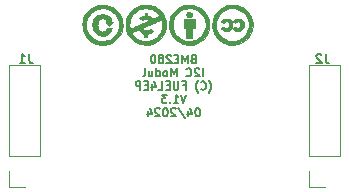
<source format=gbr>
%TF.GenerationSoftware,KiCad,Pcbnew,7.0.11-7.0.11~ubuntu22.04.1*%
%TF.CreationDate,2024-04-16T15:33:56+02:00*%
%TF.ProjectId,I2C_Module_BME280_FUEL4EP,4932435f-4d6f-4647-956c-655f424d4532,V1.3*%
%TF.SameCoordinates,Original*%
%TF.FileFunction,Legend,Bot*%
%TF.FilePolarity,Positive*%
%FSLAX46Y46*%
G04 Gerber Fmt 4.6, Leading zero omitted, Abs format (unit mm)*
G04 Created by KiCad (PCBNEW 7.0.11-7.0.11~ubuntu22.04.1) date 2024-04-16 15:33:56*
%MOMM*%
%LPD*%
G01*
G04 APERTURE LIST*
%ADD10C,0.152400*%
%ADD11C,0.150000*%
%ADD12C,0.120000*%
%ADD13C,0.010000*%
%ADD14R,1.700000X1.700000*%
%ADD15O,1.700000X1.700000*%
G04 APERTURE END LIST*
D10*
X16766667Y11504758D02*
X16666667Y11471425D01*
X16666667Y11471425D02*
X16633333Y11438091D01*
X16633333Y11438091D02*
X16600000Y11371425D01*
X16600000Y11371425D02*
X16600000Y11271425D01*
X16600000Y11271425D02*
X16633333Y11204758D01*
X16633333Y11204758D02*
X16666667Y11171425D01*
X16666667Y11171425D02*
X16733333Y11138091D01*
X16733333Y11138091D02*
X17000000Y11138091D01*
X17000000Y11138091D02*
X17000000Y11838091D01*
X17000000Y11838091D02*
X16766667Y11838091D01*
X16766667Y11838091D02*
X16700000Y11804758D01*
X16700000Y11804758D02*
X16666667Y11771425D01*
X16666667Y11771425D02*
X16633333Y11704758D01*
X16633333Y11704758D02*
X16633333Y11638091D01*
X16633333Y11638091D02*
X16666667Y11571425D01*
X16666667Y11571425D02*
X16700000Y11538091D01*
X16700000Y11538091D02*
X16766667Y11504758D01*
X16766667Y11504758D02*
X17000000Y11504758D01*
X16300000Y11138091D02*
X16300000Y11838091D01*
X16300000Y11838091D02*
X16066667Y11338091D01*
X16066667Y11338091D02*
X15833333Y11838091D01*
X15833333Y11838091D02*
X15833333Y11138091D01*
X15500000Y11504758D02*
X15266667Y11504758D01*
X15166667Y11138091D02*
X15500000Y11138091D01*
X15500000Y11138091D02*
X15500000Y11838091D01*
X15500000Y11838091D02*
X15166667Y11838091D01*
X14900000Y11771425D02*
X14866667Y11804758D01*
X14866667Y11804758D02*
X14800000Y11838091D01*
X14800000Y11838091D02*
X14633334Y11838091D01*
X14633334Y11838091D02*
X14566667Y11804758D01*
X14566667Y11804758D02*
X14533334Y11771425D01*
X14533334Y11771425D02*
X14500000Y11704758D01*
X14500000Y11704758D02*
X14500000Y11638091D01*
X14500000Y11638091D02*
X14533334Y11538091D01*
X14533334Y11538091D02*
X14933334Y11138091D01*
X14933334Y11138091D02*
X14500000Y11138091D01*
X14100000Y11538091D02*
X14166667Y11571425D01*
X14166667Y11571425D02*
X14200000Y11604758D01*
X14200000Y11604758D02*
X14233333Y11671425D01*
X14233333Y11671425D02*
X14233333Y11704758D01*
X14233333Y11704758D02*
X14200000Y11771425D01*
X14200000Y11771425D02*
X14166667Y11804758D01*
X14166667Y11804758D02*
X14100000Y11838091D01*
X14100000Y11838091D02*
X13966667Y11838091D01*
X13966667Y11838091D02*
X13900000Y11804758D01*
X13900000Y11804758D02*
X13866667Y11771425D01*
X13866667Y11771425D02*
X13833333Y11704758D01*
X13833333Y11704758D02*
X13833333Y11671425D01*
X13833333Y11671425D02*
X13866667Y11604758D01*
X13866667Y11604758D02*
X13900000Y11571425D01*
X13900000Y11571425D02*
X13966667Y11538091D01*
X13966667Y11538091D02*
X14100000Y11538091D01*
X14100000Y11538091D02*
X14166667Y11504758D01*
X14166667Y11504758D02*
X14200000Y11471425D01*
X14200000Y11471425D02*
X14233333Y11404758D01*
X14233333Y11404758D02*
X14233333Y11271425D01*
X14233333Y11271425D02*
X14200000Y11204758D01*
X14200000Y11204758D02*
X14166667Y11171425D01*
X14166667Y11171425D02*
X14100000Y11138091D01*
X14100000Y11138091D02*
X13966667Y11138091D01*
X13966667Y11138091D02*
X13900000Y11171425D01*
X13900000Y11171425D02*
X13866667Y11204758D01*
X13866667Y11204758D02*
X13833333Y11271425D01*
X13833333Y11271425D02*
X13833333Y11404758D01*
X13833333Y11404758D02*
X13866667Y11471425D01*
X13866667Y11471425D02*
X13900000Y11504758D01*
X13900000Y11504758D02*
X13966667Y11538091D01*
X13400000Y11838091D02*
X13333333Y11838091D01*
X13333333Y11838091D02*
X13266666Y11804758D01*
X13266666Y11804758D02*
X13233333Y11771425D01*
X13233333Y11771425D02*
X13200000Y11704758D01*
X13200000Y11704758D02*
X13166666Y11571425D01*
X13166666Y11571425D02*
X13166666Y11404758D01*
X13166666Y11404758D02*
X13200000Y11271425D01*
X13200000Y11271425D02*
X13233333Y11204758D01*
X13233333Y11204758D02*
X13266666Y11171425D01*
X13266666Y11171425D02*
X13333333Y11138091D01*
X13333333Y11138091D02*
X13400000Y11138091D01*
X13400000Y11138091D02*
X13466666Y11171425D01*
X13466666Y11171425D02*
X13500000Y11204758D01*
X13500000Y11204758D02*
X13533333Y11271425D01*
X13533333Y11271425D02*
X13566666Y11404758D01*
X13566666Y11404758D02*
X13566666Y11571425D01*
X13566666Y11571425D02*
X13533333Y11704758D01*
X13533333Y11704758D02*
X13500000Y11771425D01*
X13500000Y11771425D02*
X13466666Y11804758D01*
X13466666Y11804758D02*
X13400000Y11838091D01*
X17583332Y10011091D02*
X17583332Y10711091D01*
X17283332Y10644425D02*
X17249999Y10677758D01*
X17249999Y10677758D02*
X17183332Y10711091D01*
X17183332Y10711091D02*
X17016666Y10711091D01*
X17016666Y10711091D02*
X16949999Y10677758D01*
X16949999Y10677758D02*
X16916666Y10644425D01*
X16916666Y10644425D02*
X16883332Y10577758D01*
X16883332Y10577758D02*
X16883332Y10511091D01*
X16883332Y10511091D02*
X16916666Y10411091D01*
X16916666Y10411091D02*
X17316666Y10011091D01*
X17316666Y10011091D02*
X16883332Y10011091D01*
X16183332Y10077758D02*
X16216665Y10044425D01*
X16216665Y10044425D02*
X16316665Y10011091D01*
X16316665Y10011091D02*
X16383332Y10011091D01*
X16383332Y10011091D02*
X16483332Y10044425D01*
X16483332Y10044425D02*
X16549999Y10111091D01*
X16549999Y10111091D02*
X16583332Y10177758D01*
X16583332Y10177758D02*
X16616665Y10311091D01*
X16616665Y10311091D02*
X16616665Y10411091D01*
X16616665Y10411091D02*
X16583332Y10544425D01*
X16583332Y10544425D02*
X16549999Y10611091D01*
X16549999Y10611091D02*
X16483332Y10677758D01*
X16483332Y10677758D02*
X16383332Y10711091D01*
X16383332Y10711091D02*
X16316665Y10711091D01*
X16316665Y10711091D02*
X16216665Y10677758D01*
X16216665Y10677758D02*
X16183332Y10644425D01*
X15349999Y10011091D02*
X15349999Y10711091D01*
X15349999Y10711091D02*
X15116666Y10211091D01*
X15116666Y10211091D02*
X14883332Y10711091D01*
X14883332Y10711091D02*
X14883332Y10011091D01*
X14449999Y10011091D02*
X14516666Y10044425D01*
X14516666Y10044425D02*
X14549999Y10077758D01*
X14549999Y10077758D02*
X14583332Y10144425D01*
X14583332Y10144425D02*
X14583332Y10344425D01*
X14583332Y10344425D02*
X14549999Y10411091D01*
X14549999Y10411091D02*
X14516666Y10444425D01*
X14516666Y10444425D02*
X14449999Y10477758D01*
X14449999Y10477758D02*
X14349999Y10477758D01*
X14349999Y10477758D02*
X14283332Y10444425D01*
X14283332Y10444425D02*
X14249999Y10411091D01*
X14249999Y10411091D02*
X14216666Y10344425D01*
X14216666Y10344425D02*
X14216666Y10144425D01*
X14216666Y10144425D02*
X14249999Y10077758D01*
X14249999Y10077758D02*
X14283332Y10044425D01*
X14283332Y10044425D02*
X14349999Y10011091D01*
X14349999Y10011091D02*
X14449999Y10011091D01*
X13616666Y10011091D02*
X13616666Y10711091D01*
X13616666Y10044425D02*
X13683333Y10011091D01*
X13683333Y10011091D02*
X13816666Y10011091D01*
X13816666Y10011091D02*
X13883333Y10044425D01*
X13883333Y10044425D02*
X13916666Y10077758D01*
X13916666Y10077758D02*
X13949999Y10144425D01*
X13949999Y10144425D02*
X13949999Y10344425D01*
X13949999Y10344425D02*
X13916666Y10411091D01*
X13916666Y10411091D02*
X13883333Y10444425D01*
X13883333Y10444425D02*
X13816666Y10477758D01*
X13816666Y10477758D02*
X13683333Y10477758D01*
X13683333Y10477758D02*
X13616666Y10444425D01*
X12983333Y10477758D02*
X12983333Y10011091D01*
X13283333Y10477758D02*
X13283333Y10111091D01*
X13283333Y10111091D02*
X13250000Y10044425D01*
X13250000Y10044425D02*
X13183333Y10011091D01*
X13183333Y10011091D02*
X13083333Y10011091D01*
X13083333Y10011091D02*
X13016666Y10044425D01*
X13016666Y10044425D02*
X12983333Y10077758D01*
X12550000Y10011091D02*
X12616667Y10044425D01*
X12616667Y10044425D02*
X12650000Y10111091D01*
X12650000Y10111091D02*
X12650000Y10711091D01*
X18083333Y8617425D02*
X18116666Y8650758D01*
X18116666Y8650758D02*
X18183333Y8750758D01*
X18183333Y8750758D02*
X18216666Y8817425D01*
X18216666Y8817425D02*
X18250000Y8917425D01*
X18250000Y8917425D02*
X18283333Y9084091D01*
X18283333Y9084091D02*
X18283333Y9217425D01*
X18283333Y9217425D02*
X18250000Y9384091D01*
X18250000Y9384091D02*
X18216666Y9484091D01*
X18216666Y9484091D02*
X18183333Y9550758D01*
X18183333Y9550758D02*
X18116666Y9650758D01*
X18116666Y9650758D02*
X18083333Y9684091D01*
X17416666Y8950758D02*
X17449999Y8917425D01*
X17449999Y8917425D02*
X17549999Y8884091D01*
X17549999Y8884091D02*
X17616666Y8884091D01*
X17616666Y8884091D02*
X17716666Y8917425D01*
X17716666Y8917425D02*
X17783333Y8984091D01*
X17783333Y8984091D02*
X17816666Y9050758D01*
X17816666Y9050758D02*
X17849999Y9184091D01*
X17849999Y9184091D02*
X17849999Y9284091D01*
X17849999Y9284091D02*
X17816666Y9417425D01*
X17816666Y9417425D02*
X17783333Y9484091D01*
X17783333Y9484091D02*
X17716666Y9550758D01*
X17716666Y9550758D02*
X17616666Y9584091D01*
X17616666Y9584091D02*
X17549999Y9584091D01*
X17549999Y9584091D02*
X17449999Y9550758D01*
X17449999Y9550758D02*
X17416666Y9517425D01*
X17183333Y8617425D02*
X17149999Y8650758D01*
X17149999Y8650758D02*
X17083333Y8750758D01*
X17083333Y8750758D02*
X17049999Y8817425D01*
X17049999Y8817425D02*
X17016666Y8917425D01*
X17016666Y8917425D02*
X16983333Y9084091D01*
X16983333Y9084091D02*
X16983333Y9217425D01*
X16983333Y9217425D02*
X17016666Y9384091D01*
X17016666Y9384091D02*
X17049999Y9484091D01*
X17049999Y9484091D02*
X17083333Y9550758D01*
X17083333Y9550758D02*
X17149999Y9650758D01*
X17149999Y9650758D02*
X17183333Y9684091D01*
X15883333Y9250758D02*
X16116666Y9250758D01*
X16116666Y8884091D02*
X16116666Y9584091D01*
X16116666Y9584091D02*
X15783333Y9584091D01*
X15516666Y9584091D02*
X15516666Y9017425D01*
X15516666Y9017425D02*
X15483333Y8950758D01*
X15483333Y8950758D02*
X15449999Y8917425D01*
X15449999Y8917425D02*
X15383333Y8884091D01*
X15383333Y8884091D02*
X15249999Y8884091D01*
X15249999Y8884091D02*
X15183333Y8917425D01*
X15183333Y8917425D02*
X15149999Y8950758D01*
X15149999Y8950758D02*
X15116666Y9017425D01*
X15116666Y9017425D02*
X15116666Y9584091D01*
X14783333Y9250758D02*
X14550000Y9250758D01*
X14450000Y8884091D02*
X14783333Y8884091D01*
X14783333Y8884091D02*
X14783333Y9584091D01*
X14783333Y9584091D02*
X14450000Y9584091D01*
X13816667Y8884091D02*
X14150000Y8884091D01*
X14150000Y8884091D02*
X14150000Y9584091D01*
X13283333Y9350758D02*
X13283333Y8884091D01*
X13450000Y9617425D02*
X13616666Y9117425D01*
X13616666Y9117425D02*
X13183333Y9117425D01*
X12916666Y9250758D02*
X12683333Y9250758D01*
X12583333Y8884091D02*
X12916666Y8884091D01*
X12916666Y8884091D02*
X12916666Y9584091D01*
X12916666Y9584091D02*
X12583333Y9584091D01*
X12283333Y8884091D02*
X12283333Y9584091D01*
X12283333Y9584091D02*
X12016666Y9584091D01*
X12016666Y9584091D02*
X11950000Y9550758D01*
X11950000Y9550758D02*
X11916666Y9517425D01*
X11916666Y9517425D02*
X11883333Y9450758D01*
X11883333Y9450758D02*
X11883333Y9350758D01*
X11883333Y9350758D02*
X11916666Y9284091D01*
X11916666Y9284091D02*
X11950000Y9250758D01*
X11950000Y9250758D02*
X12016666Y9217425D01*
X12016666Y9217425D02*
X12283333Y9217425D01*
X16166666Y8457091D02*
X15933333Y7757091D01*
X15933333Y7757091D02*
X15699999Y8457091D01*
X15099999Y7757091D02*
X15499999Y7757091D01*
X15299999Y7757091D02*
X15299999Y8457091D01*
X15299999Y8457091D02*
X15366666Y8357091D01*
X15366666Y8357091D02*
X15433333Y8290425D01*
X15433333Y8290425D02*
X15499999Y8257091D01*
X14799999Y7823758D02*
X14766666Y7790425D01*
X14766666Y7790425D02*
X14799999Y7757091D01*
X14799999Y7757091D02*
X14833332Y7790425D01*
X14833332Y7790425D02*
X14799999Y7823758D01*
X14799999Y7823758D02*
X14799999Y7757091D01*
X14533333Y8457091D02*
X14099999Y8457091D01*
X14099999Y8457091D02*
X14333333Y8190425D01*
X14333333Y8190425D02*
X14233333Y8190425D01*
X14233333Y8190425D02*
X14166666Y8157091D01*
X14166666Y8157091D02*
X14133333Y8123758D01*
X14133333Y8123758D02*
X14099999Y8057091D01*
X14099999Y8057091D02*
X14099999Y7890425D01*
X14099999Y7890425D02*
X14133333Y7823758D01*
X14133333Y7823758D02*
X14166666Y7790425D01*
X14166666Y7790425D02*
X14233333Y7757091D01*
X14233333Y7757091D02*
X14433333Y7757091D01*
X14433333Y7757091D02*
X14499999Y7790425D01*
X14499999Y7790425D02*
X14533333Y7823758D01*
X17166667Y7330091D02*
X17100000Y7330091D01*
X17100000Y7330091D02*
X17033333Y7296758D01*
X17033333Y7296758D02*
X17000000Y7263425D01*
X17000000Y7263425D02*
X16966667Y7196758D01*
X16966667Y7196758D02*
X16933333Y7063425D01*
X16933333Y7063425D02*
X16933333Y6896758D01*
X16933333Y6896758D02*
X16966667Y6763425D01*
X16966667Y6763425D02*
X17000000Y6696758D01*
X17000000Y6696758D02*
X17033333Y6663425D01*
X17033333Y6663425D02*
X17100000Y6630091D01*
X17100000Y6630091D02*
X17166667Y6630091D01*
X17166667Y6630091D02*
X17233333Y6663425D01*
X17233333Y6663425D02*
X17266667Y6696758D01*
X17266667Y6696758D02*
X17300000Y6763425D01*
X17300000Y6763425D02*
X17333333Y6896758D01*
X17333333Y6896758D02*
X17333333Y7063425D01*
X17333333Y7063425D02*
X17300000Y7196758D01*
X17300000Y7196758D02*
X17266667Y7263425D01*
X17266667Y7263425D02*
X17233333Y7296758D01*
X17233333Y7296758D02*
X17166667Y7330091D01*
X16333333Y7096758D02*
X16333333Y6630091D01*
X16500000Y7363425D02*
X16666666Y6863425D01*
X16666666Y6863425D02*
X16233333Y6863425D01*
X15466666Y7363425D02*
X16066666Y6463425D01*
X15266666Y7263425D02*
X15233333Y7296758D01*
X15233333Y7296758D02*
X15166666Y7330091D01*
X15166666Y7330091D02*
X15000000Y7330091D01*
X15000000Y7330091D02*
X14933333Y7296758D01*
X14933333Y7296758D02*
X14900000Y7263425D01*
X14900000Y7263425D02*
X14866666Y7196758D01*
X14866666Y7196758D02*
X14866666Y7130091D01*
X14866666Y7130091D02*
X14900000Y7030091D01*
X14900000Y7030091D02*
X15300000Y6630091D01*
X15300000Y6630091D02*
X14866666Y6630091D01*
X14433333Y7330091D02*
X14366666Y7330091D01*
X14366666Y7330091D02*
X14299999Y7296758D01*
X14299999Y7296758D02*
X14266666Y7263425D01*
X14266666Y7263425D02*
X14233333Y7196758D01*
X14233333Y7196758D02*
X14199999Y7063425D01*
X14199999Y7063425D02*
X14199999Y6896758D01*
X14199999Y6896758D02*
X14233333Y6763425D01*
X14233333Y6763425D02*
X14266666Y6696758D01*
X14266666Y6696758D02*
X14299999Y6663425D01*
X14299999Y6663425D02*
X14366666Y6630091D01*
X14366666Y6630091D02*
X14433333Y6630091D01*
X14433333Y6630091D02*
X14499999Y6663425D01*
X14499999Y6663425D02*
X14533333Y6696758D01*
X14533333Y6696758D02*
X14566666Y6763425D01*
X14566666Y6763425D02*
X14599999Y6896758D01*
X14599999Y6896758D02*
X14599999Y7063425D01*
X14599999Y7063425D02*
X14566666Y7196758D01*
X14566666Y7196758D02*
X14533333Y7263425D01*
X14533333Y7263425D02*
X14499999Y7296758D01*
X14499999Y7296758D02*
X14433333Y7330091D01*
X13933332Y7263425D02*
X13899999Y7296758D01*
X13899999Y7296758D02*
X13833332Y7330091D01*
X13833332Y7330091D02*
X13666666Y7330091D01*
X13666666Y7330091D02*
X13599999Y7296758D01*
X13599999Y7296758D02*
X13566666Y7263425D01*
X13566666Y7263425D02*
X13533332Y7196758D01*
X13533332Y7196758D02*
X13533332Y7130091D01*
X13533332Y7130091D02*
X13566666Y7030091D01*
X13566666Y7030091D02*
X13966666Y6630091D01*
X13966666Y6630091D02*
X13533332Y6630091D01*
X12933332Y7096758D02*
X12933332Y6630091D01*
X13099999Y7363425D02*
X13266665Y6863425D01*
X13266665Y6863425D02*
X12833332Y6863425D01*
D11*
X2866666Y11937704D02*
X2866666Y11366276D01*
X2866666Y11366276D02*
X2904761Y11251990D01*
X2904761Y11251990D02*
X2980952Y11175800D01*
X2980952Y11175800D02*
X3095237Y11137704D01*
X3095237Y11137704D02*
X3171428Y11137704D01*
X2066666Y11137704D02*
X2523809Y11137704D01*
X2295237Y11137704D02*
X2295237Y11937704D01*
X2295237Y11937704D02*
X2371428Y11823419D01*
X2371428Y11823419D02*
X2447618Y11747228D01*
X2447618Y11747228D02*
X2523809Y11709133D01*
X27966666Y11937704D02*
X27966666Y11366276D01*
X27966666Y11366276D02*
X28004761Y11251990D01*
X28004761Y11251990D02*
X28080952Y11175800D01*
X28080952Y11175800D02*
X28195237Y11137704D01*
X28195237Y11137704D02*
X28271428Y11137704D01*
X27623809Y11861514D02*
X27585713Y11899609D01*
X27585713Y11899609D02*
X27509523Y11937704D01*
X27509523Y11937704D02*
X27319047Y11937704D01*
X27319047Y11937704D02*
X27242856Y11899609D01*
X27242856Y11899609D02*
X27204761Y11861514D01*
X27204761Y11861514D02*
X27166666Y11785323D01*
X27166666Y11785323D02*
X27166666Y11709133D01*
X27166666Y11709133D02*
X27204761Y11594847D01*
X27204761Y11594847D02*
X27661904Y11137704D01*
X27661904Y11137704D02*
X27166666Y11137704D01*
D12*
%TO.C,J1*%
X1170000Y10950000D02*
X3830000Y10950000D01*
X1170000Y3270000D02*
X1170000Y10950000D01*
X1170000Y3270000D02*
X3830000Y3270000D01*
X1170000Y2000000D02*
X1170000Y670000D01*
X1170000Y670000D02*
X2500000Y670000D01*
X3830000Y3270000D02*
X3830000Y10950000D01*
%TO.C,J2*%
X26570000Y10950000D02*
X29230000Y10950000D01*
X26570000Y3270000D02*
X26570000Y10950000D01*
X26570000Y3270000D02*
X29230000Y3270000D01*
X26570000Y2000000D02*
X26570000Y670000D01*
X26570000Y670000D02*
X27900000Y670000D01*
X29230000Y3270000D02*
X29230000Y10950000D01*
%TO.C,LOGO1*%
D13*
X16528279Y15463325D02*
X16598444Y15416061D01*
X16622101Y15390111D01*
X16640276Y15357618D01*
X16648325Y15314308D01*
X16650143Y15247485D01*
X16646664Y15183464D01*
X16625596Y15104563D01*
X16583336Y15050778D01*
X16517466Y15017925D01*
X16497774Y15012956D01*
X16416263Y15007523D01*
X16334456Y15020972D01*
X16269155Y15051061D01*
X16263794Y15055164D01*
X16215287Y15114933D01*
X16188425Y15192509D01*
X16183920Y15276987D01*
X16202485Y15357461D01*
X16244833Y15423028D01*
X16281066Y15451401D01*
X16358829Y15481206D01*
X16444821Y15485110D01*
X16528279Y15463325D01*
G36*
X16528279Y15463325D02*
G01*
X16598444Y15416061D01*
X16622101Y15390111D01*
X16640276Y15357618D01*
X16648325Y15314308D01*
X16650143Y15247485D01*
X16646664Y15183464D01*
X16625596Y15104563D01*
X16583336Y15050778D01*
X16517466Y15017925D01*
X16497774Y15012956D01*
X16416263Y15007523D01*
X16334456Y15020972D01*
X16269155Y15051061D01*
X16263794Y15055164D01*
X16215287Y15114933D01*
X16188425Y15192509D01*
X16183920Y15276987D01*
X16202485Y15357461D01*
X16244833Y15423028D01*
X16281066Y15451401D01*
X16358829Y15481206D01*
X16444821Y15485110D01*
X16528279Y15463325D01*
G37*
X16542983Y14907744D02*
X16646921Y14906688D01*
X16723652Y14904505D01*
X16777890Y14900868D01*
X16814354Y14895451D01*
X16837759Y14887929D01*
X16852822Y14877974D01*
X16852952Y14877856D01*
X16864213Y14864717D01*
X16872602Y14845289D01*
X16878533Y14814571D01*
X16882423Y14767566D01*
X16884688Y14699273D01*
X16885741Y14604694D01*
X16886000Y14478831D01*
X16886000Y14109714D01*
X16686429Y14109714D01*
X16686429Y13275143D01*
X16160286Y13275143D01*
X16160286Y14109714D01*
X15960715Y14109714D01*
X15960715Y14480347D01*
X15960780Y14540441D01*
X15961547Y14654593D01*
X15963449Y14739319D01*
X15966826Y14799396D01*
X15972020Y14839600D01*
X15979373Y14864706D01*
X15989225Y14879490D01*
X15999096Y14886826D01*
X16020315Y14894563D01*
X16054911Y14900211D01*
X16107467Y14904075D01*
X16182561Y14906458D01*
X16284775Y14907665D01*
X16418689Y14908000D01*
X16542983Y14907744D01*
G36*
X16542983Y14907744D02*
G01*
X16646921Y14906688D01*
X16723652Y14904505D01*
X16777890Y14900868D01*
X16814354Y14895451D01*
X16837759Y14887929D01*
X16852822Y14877974D01*
X16852952Y14877856D01*
X16864213Y14864717D01*
X16872602Y14845289D01*
X16878533Y14814571D01*
X16882423Y14767566D01*
X16884688Y14699273D01*
X16885741Y14604694D01*
X16886000Y14478831D01*
X16886000Y14109714D01*
X16686429Y14109714D01*
X16686429Y13275143D01*
X16160286Y13275143D01*
X16160286Y14109714D01*
X15960715Y14109714D01*
X15960715Y14480347D01*
X15960780Y14540441D01*
X15961547Y14654593D01*
X15963449Y14739319D01*
X15966826Y14799396D01*
X15972020Y14839600D01*
X15979373Y14864706D01*
X15989225Y14879490D01*
X15999096Y14886826D01*
X16020315Y14894563D01*
X16054911Y14900211D01*
X16107467Y14904075D01*
X16182561Y14906458D01*
X16284775Y14907665D01*
X16418689Y14908000D01*
X16542983Y14907744D01*
G37*
X20649851Y14902506D02*
X20736564Y14886432D01*
X20736867Y14886341D01*
X20821605Y14845362D01*
X20903931Y14778680D01*
X20973897Y14696042D01*
X21021555Y14607195D01*
X21039748Y14547547D01*
X21058053Y14416497D01*
X21052380Y14282074D01*
X21022688Y14159548D01*
X20991717Y14093954D01*
X20916183Y13995314D01*
X20818229Y13918982D01*
X20705072Y13871501D01*
X20663044Y13865335D01*
X20596805Y13861966D01*
X20523643Y13862712D01*
X20459562Y13868043D01*
X20351414Y13894772D01*
X20258971Y13947157D01*
X20171814Y14030155D01*
X20096780Y14115398D01*
X20187104Y14166985D01*
X20201833Y14175314D01*
X20262118Y14205758D01*
X20301887Y14215635D01*
X20328724Y14205328D01*
X20350213Y14175218D01*
X20382234Y14136058D01*
X20443584Y14102462D01*
X20516913Y14090639D01*
X20591622Y14101892D01*
X20657111Y14137522D01*
X20674001Y14153074D01*
X20721607Y14222918D01*
X20745108Y14313833D01*
X20745720Y14429835D01*
X20738060Y14491943D01*
X20713801Y14572277D01*
X20672088Y14628314D01*
X20609283Y14666361D01*
X20584781Y14674820D01*
X20504000Y14680239D01*
X20428835Y14654083D01*
X20369091Y14599097D01*
X20330645Y14545104D01*
X20223252Y14604088D01*
X20169301Y14636276D01*
X20130520Y14664326D01*
X20115644Y14681973D01*
X20119348Y14694746D01*
X20145751Y14730390D01*
X20190408Y14773943D01*
X20244831Y14818203D01*
X20300535Y14855967D01*
X20349031Y14880035D01*
X20357446Y14882839D01*
X20443953Y14900439D01*
X20546868Y14907085D01*
X20649851Y14902506D01*
G36*
X20649851Y14902506D02*
G01*
X20736564Y14886432D01*
X20736867Y14886341D01*
X20821605Y14845362D01*
X20903931Y14778680D01*
X20973897Y14696042D01*
X21021555Y14607195D01*
X21039748Y14547547D01*
X21058053Y14416497D01*
X21052380Y14282074D01*
X21022688Y14159548D01*
X20991717Y14093954D01*
X20916183Y13995314D01*
X20818229Y13918982D01*
X20705072Y13871501D01*
X20663044Y13865335D01*
X20596805Y13861966D01*
X20523643Y13862712D01*
X20459562Y13868043D01*
X20351414Y13894772D01*
X20258971Y13947157D01*
X20171814Y14030155D01*
X20096780Y14115398D01*
X20187104Y14166985D01*
X20201833Y14175314D01*
X20262118Y14205758D01*
X20301887Y14215635D01*
X20328724Y14205328D01*
X20350213Y14175218D01*
X20382234Y14136058D01*
X20443584Y14102462D01*
X20516913Y14090639D01*
X20591622Y14101892D01*
X20657111Y14137522D01*
X20674001Y14153074D01*
X20721607Y14222918D01*
X20745108Y14313833D01*
X20745720Y14429835D01*
X20738060Y14491943D01*
X20713801Y14572277D01*
X20672088Y14628314D01*
X20609283Y14666361D01*
X20584781Y14674820D01*
X20504000Y14680239D01*
X20428835Y14654083D01*
X20369091Y14599097D01*
X20330645Y14545104D01*
X20223252Y14604088D01*
X20169301Y14636276D01*
X20130520Y14664326D01*
X20115644Y14681973D01*
X20119348Y14694746D01*
X20145751Y14730390D01*
X20190408Y14773943D01*
X20244831Y14818203D01*
X20300535Y14855967D01*
X20349031Y14880035D01*
X20357446Y14882839D01*
X20443953Y14900439D01*
X20546868Y14907085D01*
X20649851Y14902506D01*
G37*
X19729130Y14891360D02*
X19750323Y14884924D01*
X19853868Y14832217D01*
X19944396Y14750781D01*
X20014807Y14646699D01*
X20022354Y14631753D01*
X20046806Y14576873D01*
X20060852Y14526179D01*
X20067255Y14466199D01*
X20068776Y14383466D01*
X20068772Y14378224D01*
X20066834Y14295197D01*
X20059545Y14234024D01*
X20044270Y14181083D01*
X20018378Y14122751D01*
X19953645Y14021070D01*
X19862540Y13936716D01*
X19752572Y13882507D01*
X19666730Y13863967D01*
X19544788Y13860762D01*
X19424046Y13879822D01*
X19319126Y13919886D01*
X19305872Y13927476D01*
X19250161Y13966384D01*
X19197453Y14012472D01*
X19154432Y14058745D01*
X19127781Y14098211D01*
X19124183Y14123876D01*
X19135268Y14133235D01*
X19172190Y14155104D01*
X19224054Y14181174D01*
X19314776Y14223665D01*
X19377066Y14157618D01*
X19395506Y14138600D01*
X19433513Y14107752D01*
X19474027Y14094436D01*
X19533860Y14091571D01*
X19539733Y14091587D01*
X19599968Y14095719D01*
X19641400Y14111031D01*
X19679925Y14143133D01*
X19728182Y14214098D01*
X19757294Y14306068D01*
X19765591Y14407448D01*
X19752204Y14507439D01*
X19716265Y14595244D01*
X19687866Y14630532D01*
X19623094Y14671287D01*
X19547499Y14684630D01*
X19472397Y14667221D01*
X19469336Y14665727D01*
X19417814Y14632366D01*
X19377776Y14593653D01*
X19344357Y14549271D01*
X19241358Y14601230D01*
X19192001Y14627330D01*
X19149131Y14652659D01*
X19129165Y14668063D01*
X19129184Y14685019D01*
X19150081Y14721093D01*
X19188988Y14765166D01*
X19239115Y14809823D01*
X19293669Y14847651D01*
X19326924Y14863993D01*
X19418550Y14891246D01*
X19525138Y14905796D01*
X19633170Y14906286D01*
X19729130Y14891360D01*
G36*
X19729130Y14891360D02*
G01*
X19750323Y14884924D01*
X19853868Y14832217D01*
X19944396Y14750781D01*
X20014807Y14646699D01*
X20022354Y14631753D01*
X20046806Y14576873D01*
X20060852Y14526179D01*
X20067255Y14466199D01*
X20068776Y14383466D01*
X20068772Y14378224D01*
X20066834Y14295197D01*
X20059545Y14234024D01*
X20044270Y14181083D01*
X20018378Y14122751D01*
X19953645Y14021070D01*
X19862540Y13936716D01*
X19752572Y13882507D01*
X19666730Y13863967D01*
X19544788Y13860762D01*
X19424046Y13879822D01*
X19319126Y13919886D01*
X19305872Y13927476D01*
X19250161Y13966384D01*
X19197453Y14012472D01*
X19154432Y14058745D01*
X19127781Y14098211D01*
X19124183Y14123876D01*
X19135268Y14133235D01*
X19172190Y14155104D01*
X19224054Y14181174D01*
X19314776Y14223665D01*
X19377066Y14157618D01*
X19395506Y14138600D01*
X19433513Y14107752D01*
X19474027Y14094436D01*
X19533860Y14091571D01*
X19539733Y14091587D01*
X19599968Y14095719D01*
X19641400Y14111031D01*
X19679925Y14143133D01*
X19728182Y14214098D01*
X19757294Y14306068D01*
X19765591Y14407448D01*
X19752204Y14507439D01*
X19716265Y14595244D01*
X19687866Y14630532D01*
X19623094Y14671287D01*
X19547499Y14684630D01*
X19472397Y14667221D01*
X19469336Y14665727D01*
X19417814Y14632366D01*
X19377776Y14593653D01*
X19344357Y14549271D01*
X19241358Y14601230D01*
X19192001Y14627330D01*
X19149131Y14652659D01*
X19129165Y14668063D01*
X19129184Y14685019D01*
X19150081Y14721093D01*
X19188988Y14765166D01*
X19239115Y14809823D01*
X19293669Y14847651D01*
X19326924Y14863993D01*
X19418550Y14891246D01*
X19525138Y14905796D01*
X19633170Y14906286D01*
X19729130Y14891360D01*
G37*
X9228679Y15267763D02*
X9336686Y15246445D01*
X9448281Y15203223D01*
X9577054Y15121910D01*
X9683387Y15012870D01*
X9768012Y14875308D01*
X9831661Y14708429D01*
X9835478Y14695733D01*
X9853536Y14650297D01*
X9876850Y14627831D01*
X9915202Y14617714D01*
X9974761Y14608643D01*
X9810880Y14445735D01*
X9647000Y14282828D01*
X9483162Y14445735D01*
X9478386Y14450484D01*
X9412869Y14516041D01*
X9370141Y14560738D01*
X9347334Y14588932D01*
X9341582Y14604984D01*
X9350016Y14613251D01*
X9369769Y14618092D01*
X9385904Y14621725D01*
X9411873Y14638198D01*
X9414320Y14672521D01*
X9407274Y14702371D01*
X9372353Y14771815D01*
X9319282Y14835252D01*
X9258538Y14878806D01*
X9226528Y14892452D01*
X9113630Y14919526D01*
X8999675Y14918149D01*
X8893517Y14889204D01*
X8804013Y14833571D01*
X8785054Y14815105D01*
X8727879Y14731115D01*
X8686724Y14623909D01*
X8662163Y14501048D01*
X8654767Y14370090D01*
X8665108Y14238595D01*
X8693757Y14114121D01*
X8741286Y14004228D01*
X8780268Y13944712D01*
X8856344Y13869015D01*
X8946939Y13825055D01*
X9055570Y13810663D01*
X9105399Y13811768D01*
X9170393Y13816676D01*
X9215775Y13824227D01*
X9248027Y13836450D01*
X9319733Y13885382D01*
X9378628Y13953830D01*
X9413569Y14030190D01*
X9433594Y14109714D01*
X9861442Y14109714D01*
X9838920Y14014464D01*
X9813496Y13929692D01*
X9743777Y13788208D01*
X9647239Y13666706D01*
X9527840Y13568836D01*
X9389537Y13498246D01*
X9236285Y13458588D01*
X9186772Y13452693D01*
X9006488Y13452635D01*
X8835060Y13486039D01*
X8676019Y13551560D01*
X8532895Y13647853D01*
X8409218Y13773576D01*
X8372173Y13823342D01*
X8290170Y13974125D01*
X8238329Y14142444D01*
X8217367Y14325343D01*
X8228003Y14519868D01*
X8253891Y14649251D01*
X8314063Y14811952D01*
X8400483Y14955252D01*
X8510543Y15075837D01*
X8641637Y15170394D01*
X8791156Y15235608D01*
X8843964Y15249657D01*
X8968337Y15269092D01*
X9101236Y15275219D01*
X9228679Y15267763D01*
G36*
X9228679Y15267763D02*
G01*
X9336686Y15246445D01*
X9448281Y15203223D01*
X9577054Y15121910D01*
X9683387Y15012870D01*
X9768012Y14875308D01*
X9831661Y14708429D01*
X9835478Y14695733D01*
X9853536Y14650297D01*
X9876850Y14627831D01*
X9915202Y14617714D01*
X9974761Y14608643D01*
X9810880Y14445735D01*
X9647000Y14282828D01*
X9483162Y14445735D01*
X9478386Y14450484D01*
X9412869Y14516041D01*
X9370141Y14560738D01*
X9347334Y14588932D01*
X9341582Y14604984D01*
X9350016Y14613251D01*
X9369769Y14618092D01*
X9385904Y14621725D01*
X9411873Y14638198D01*
X9414320Y14672521D01*
X9407274Y14702371D01*
X9372353Y14771815D01*
X9319282Y14835252D01*
X9258538Y14878806D01*
X9226528Y14892452D01*
X9113630Y14919526D01*
X8999675Y14918149D01*
X8893517Y14889204D01*
X8804013Y14833571D01*
X8785054Y14815105D01*
X8727879Y14731115D01*
X8686724Y14623909D01*
X8662163Y14501048D01*
X8654767Y14370090D01*
X8665108Y14238595D01*
X8693757Y14114121D01*
X8741286Y14004228D01*
X8780268Y13944712D01*
X8856344Y13869015D01*
X8946939Y13825055D01*
X9055570Y13810663D01*
X9105399Y13811768D01*
X9170393Y13816676D01*
X9215775Y13824227D01*
X9248027Y13836450D01*
X9319733Y13885382D01*
X9378628Y13953830D01*
X9413569Y14030190D01*
X9433594Y14109714D01*
X9861442Y14109714D01*
X9838920Y14014464D01*
X9813496Y13929692D01*
X9743777Y13788208D01*
X9647239Y13666706D01*
X9527840Y13568836D01*
X9389537Y13498246D01*
X9236285Y13458588D01*
X9186772Y13452693D01*
X9006488Y13452635D01*
X8835060Y13486039D01*
X8676019Y13551560D01*
X8532895Y13647853D01*
X8409218Y13773576D01*
X8372173Y13823342D01*
X8290170Y13974125D01*
X8238329Y14142444D01*
X8217367Y14325343D01*
X8228003Y14519868D01*
X8253891Y14649251D01*
X8314063Y14811952D01*
X8400483Y14955252D01*
X8510543Y15075837D01*
X8641637Y15170394D01*
X8791156Y15235608D01*
X8843964Y15249657D01*
X8968337Y15269092D01*
X9101236Y15275219D01*
X9228679Y15267763D01*
G37*
X21790409Y14295077D02*
X21761776Y14060617D01*
X21701444Y13832552D01*
X21609938Y13615493D01*
X21487783Y13414053D01*
X21452113Y13365736D01*
X21284853Y13174970D01*
X21096853Y13013929D01*
X20888750Y12883029D01*
X20661183Y12782686D01*
X20414786Y12713316D01*
X20281539Y12691437D01*
X20049207Y12681037D01*
X19817219Y12703872D01*
X19589492Y12758313D01*
X19369941Y12842727D01*
X19162485Y12955484D01*
X18971038Y13094952D01*
X18799518Y13259501D01*
X18651842Y13447500D01*
X18611390Y13511073D01*
X18510442Y13712914D01*
X18438168Y13930749D01*
X18394982Y14159389D01*
X18381301Y14393644D01*
X18386560Y14469647D01*
X18691008Y14469647D01*
X18693317Y14255274D01*
X18727890Y14046284D01*
X18793725Y13846389D01*
X18889824Y13659302D01*
X19015184Y13488736D01*
X19168807Y13338403D01*
X19278485Y13257235D01*
X19430059Y13167164D01*
X19589449Y13092542D01*
X19742581Y13040671D01*
X19798876Y13027927D01*
X19951947Y13007936D01*
X20116996Y13003299D01*
X20279230Y13014028D01*
X20423857Y13040133D01*
X20470160Y13053019D01*
X20671670Y13130972D01*
X20861635Y13239558D01*
X21033303Y13374391D01*
X21179925Y13531090D01*
X21237496Y13608720D01*
X21348416Y13798871D01*
X21426092Y13998201D01*
X21470738Y14203462D01*
X21482572Y14411407D01*
X21461809Y14618788D01*
X21408664Y14822356D01*
X21323355Y15018865D01*
X21206097Y15205066D01*
X21057106Y15377712D01*
X21008782Y15423834D01*
X20834208Y15559049D01*
X20643454Y15662450D01*
X20439153Y15733056D01*
X20223940Y15769882D01*
X20000447Y15771946D01*
X19875449Y15758743D01*
X19661537Y15711404D01*
X19465355Y15633195D01*
X19284396Y15523003D01*
X19116151Y15379714D01*
X19064267Y15326713D01*
X18936239Y15172571D01*
X18837973Y15012176D01*
X18764746Y14838252D01*
X18721961Y14685689D01*
X18691008Y14469647D01*
X18386560Y14469647D01*
X18397539Y14628325D01*
X18444110Y14858242D01*
X18521431Y15078206D01*
X18528245Y15093624D01*
X18640104Y15299692D01*
X18781776Y15489031D01*
X18949534Y15658324D01*
X19139651Y15804256D01*
X19348400Y15923512D01*
X19572053Y16012777D01*
X19611275Y16024538D01*
X19809548Y16065688D01*
X20022613Y16083539D01*
X20239843Y16078229D01*
X20450616Y16049898D01*
X20644305Y15998686D01*
X20652187Y15995945D01*
X20871427Y15900196D01*
X21075054Y15773451D01*
X21259913Y15618727D01*
X21422852Y15439041D01*
X21560716Y15237412D01*
X21670352Y15016857D01*
X21680859Y14990721D01*
X21750476Y14764741D01*
X21786817Y14531323D01*
X21788641Y14411407D01*
X21790409Y14295077D01*
G36*
X21790409Y14295077D02*
G01*
X21761776Y14060617D01*
X21701444Y13832552D01*
X21609938Y13615493D01*
X21487783Y13414053D01*
X21452113Y13365736D01*
X21284853Y13174970D01*
X21096853Y13013929D01*
X20888750Y12883029D01*
X20661183Y12782686D01*
X20414786Y12713316D01*
X20281539Y12691437D01*
X20049207Y12681037D01*
X19817219Y12703872D01*
X19589492Y12758313D01*
X19369941Y12842727D01*
X19162485Y12955484D01*
X18971038Y13094952D01*
X18799518Y13259501D01*
X18651842Y13447500D01*
X18611390Y13511073D01*
X18510442Y13712914D01*
X18438168Y13930749D01*
X18394982Y14159389D01*
X18381301Y14393644D01*
X18386560Y14469647D01*
X18691008Y14469647D01*
X18693317Y14255274D01*
X18727890Y14046284D01*
X18793725Y13846389D01*
X18889824Y13659302D01*
X19015184Y13488736D01*
X19168807Y13338403D01*
X19278485Y13257235D01*
X19430059Y13167164D01*
X19589449Y13092542D01*
X19742581Y13040671D01*
X19798876Y13027927D01*
X19951947Y13007936D01*
X20116996Y13003299D01*
X20279230Y13014028D01*
X20423857Y13040133D01*
X20470160Y13053019D01*
X20671670Y13130972D01*
X20861635Y13239558D01*
X21033303Y13374391D01*
X21179925Y13531090D01*
X21237496Y13608720D01*
X21348416Y13798871D01*
X21426092Y13998201D01*
X21470738Y14203462D01*
X21482572Y14411407D01*
X21461809Y14618788D01*
X21408664Y14822356D01*
X21323355Y15018865D01*
X21206097Y15205066D01*
X21057106Y15377712D01*
X21008782Y15423834D01*
X20834208Y15559049D01*
X20643454Y15662450D01*
X20439153Y15733056D01*
X20223940Y15769882D01*
X20000447Y15771946D01*
X19875449Y15758743D01*
X19661537Y15711404D01*
X19465355Y15633195D01*
X19284396Y15523003D01*
X19116151Y15379714D01*
X19064267Y15326713D01*
X18936239Y15172571D01*
X18837973Y15012176D01*
X18764746Y14838252D01*
X18721961Y14685689D01*
X18691008Y14469647D01*
X18386560Y14469647D01*
X18397539Y14628325D01*
X18444110Y14858242D01*
X18521431Y15078206D01*
X18528245Y15093624D01*
X18640104Y15299692D01*
X18781776Y15489031D01*
X18949534Y15658324D01*
X19139651Y15804256D01*
X19348400Y15923512D01*
X19572053Y16012777D01*
X19611275Y16024538D01*
X19809548Y16065688D01*
X20022613Y16083539D01*
X20239843Y16078229D01*
X20450616Y16049898D01*
X20644305Y15998686D01*
X20652187Y15995945D01*
X20871427Y15900196D01*
X21075054Y15773451D01*
X21259913Y15618727D01*
X21422852Y15439041D01*
X21560716Y15237412D01*
X21670352Y15016857D01*
X21680859Y14990721D01*
X21750476Y14764741D01*
X21786817Y14531323D01*
X21788641Y14411407D01*
X21790409Y14295077D01*
G37*
X10790000Y14377760D02*
X10789089Y14318870D01*
X10764270Y14072411D01*
X10705709Y13839121D01*
X10613632Y13619569D01*
X10488265Y13414322D01*
X10329835Y13223946D01*
X10251194Y13145722D01*
X10066819Y12992356D01*
X9870912Y12870978D01*
X9658513Y12778789D01*
X9424660Y12712988D01*
X9367783Y12702267D01*
X9199739Y12685121D01*
X9018223Y12684276D01*
X8836846Y12699422D01*
X8669218Y12730247D01*
X8564427Y12760218D01*
X8349345Y12847385D01*
X8144429Y12964275D01*
X7955614Y13106691D01*
X7788835Y13270432D01*
X7650024Y13451302D01*
X7608260Y13519049D01*
X7506670Y13727847D01*
X7435069Y13949856D01*
X7393492Y14180318D01*
X7381971Y14414479D01*
X7387478Y14483619D01*
X7692957Y14483619D01*
X7695689Y14272655D01*
X7727184Y14064351D01*
X7786438Y13866341D01*
X7872448Y13686261D01*
X7911206Y13624883D01*
X8037551Y13466335D01*
X8189565Y13323321D01*
X8360378Y13201018D01*
X8543122Y13104601D01*
X8730929Y13039249D01*
X8773797Y13029249D01*
X8935222Y13004781D01*
X9104650Y12996321D01*
X9262501Y13005128D01*
X9283211Y13007847D01*
X9489302Y13054374D01*
X9685502Y13133100D01*
X9868245Y13240759D01*
X10033967Y13374082D01*
X10179103Y13529800D01*
X10300087Y13704645D01*
X10393355Y13895350D01*
X10455341Y14098645D01*
X10461280Y14129329D01*
X10475242Y14253146D01*
X10478746Y14392047D01*
X10472244Y14533449D01*
X10456189Y14664774D01*
X10431035Y14773438D01*
X10422820Y14798441D01*
X10337292Y14996828D01*
X10221495Y15182938D01*
X10079951Y15351294D01*
X9917183Y15496421D01*
X9737715Y15612842D01*
X9704731Y15630173D01*
X9559749Y15694820D01*
X9415752Y15737577D01*
X9261205Y15761192D01*
X9084572Y15768413D01*
X9075576Y15768400D01*
X8931368Y15764183D01*
X8809557Y15750436D01*
X8697540Y15724260D01*
X8582715Y15682756D01*
X8452481Y15623027D01*
X8337608Y15558496D01*
X8172040Y15434507D01*
X8024184Y15285598D01*
X7898666Y15117408D01*
X7800107Y14935577D01*
X7733134Y14745744D01*
X7719993Y14689610D01*
X7692957Y14483619D01*
X7387478Y14483619D01*
X7400539Y14647583D01*
X7449231Y14874874D01*
X7528079Y15091595D01*
X7637117Y15292993D01*
X7768055Y15470844D01*
X7936704Y15646777D01*
X8125393Y15795684D01*
X8330738Y15914938D01*
X8549357Y16001909D01*
X8684011Y16038490D01*
X8929158Y16077935D01*
X9172193Y16083227D01*
X9410101Y16055259D01*
X9639871Y15994925D01*
X9858488Y15903119D01*
X10062942Y15780734D01*
X10250217Y15628665D01*
X10417303Y15447804D01*
X10548604Y15263645D01*
X10656570Y15060866D01*
X10731745Y14848631D01*
X10775698Y14622432D01*
X10789165Y14392047D01*
X10790000Y14377760D01*
G36*
X10790000Y14377760D02*
G01*
X10789089Y14318870D01*
X10764270Y14072411D01*
X10705709Y13839121D01*
X10613632Y13619569D01*
X10488265Y13414322D01*
X10329835Y13223946D01*
X10251194Y13145722D01*
X10066819Y12992356D01*
X9870912Y12870978D01*
X9658513Y12778789D01*
X9424660Y12712988D01*
X9367783Y12702267D01*
X9199739Y12685121D01*
X9018223Y12684276D01*
X8836846Y12699422D01*
X8669218Y12730247D01*
X8564427Y12760218D01*
X8349345Y12847385D01*
X8144429Y12964275D01*
X7955614Y13106691D01*
X7788835Y13270432D01*
X7650024Y13451302D01*
X7608260Y13519049D01*
X7506670Y13727847D01*
X7435069Y13949856D01*
X7393492Y14180318D01*
X7381971Y14414479D01*
X7387478Y14483619D01*
X7692957Y14483619D01*
X7695689Y14272655D01*
X7727184Y14064351D01*
X7786438Y13866341D01*
X7872448Y13686261D01*
X7911206Y13624883D01*
X8037551Y13466335D01*
X8189565Y13323321D01*
X8360378Y13201018D01*
X8543122Y13104601D01*
X8730929Y13039249D01*
X8773797Y13029249D01*
X8935222Y13004781D01*
X9104650Y12996321D01*
X9262501Y13005128D01*
X9283211Y13007847D01*
X9489302Y13054374D01*
X9685502Y13133100D01*
X9868245Y13240759D01*
X10033967Y13374082D01*
X10179103Y13529800D01*
X10300087Y13704645D01*
X10393355Y13895350D01*
X10455341Y14098645D01*
X10461280Y14129329D01*
X10475242Y14253146D01*
X10478746Y14392047D01*
X10472244Y14533449D01*
X10456189Y14664774D01*
X10431035Y14773438D01*
X10422820Y14798441D01*
X10337292Y14996828D01*
X10221495Y15182938D01*
X10079951Y15351294D01*
X9917183Y15496421D01*
X9737715Y15612842D01*
X9704731Y15630173D01*
X9559749Y15694820D01*
X9415752Y15737577D01*
X9261205Y15761192D01*
X9084572Y15768413D01*
X9075576Y15768400D01*
X8931368Y15764183D01*
X8809557Y15750436D01*
X8697540Y15724260D01*
X8582715Y15682756D01*
X8452481Y15623027D01*
X8337608Y15558496D01*
X8172040Y15434507D01*
X8024184Y15285598D01*
X7898666Y15117408D01*
X7800107Y14935577D01*
X7733134Y14745744D01*
X7719993Y14689610D01*
X7692957Y14483619D01*
X7387478Y14483619D01*
X7400539Y14647583D01*
X7449231Y14874874D01*
X7528079Y15091595D01*
X7637117Y15292993D01*
X7768055Y15470844D01*
X7936704Y15646777D01*
X8125393Y15795684D01*
X8330738Y15914938D01*
X8549357Y16001909D01*
X8684011Y16038490D01*
X8929158Y16077935D01*
X9172193Y16083227D01*
X9410101Y16055259D01*
X9639871Y15994925D01*
X9858488Y15903119D01*
X10062942Y15780734D01*
X10250217Y15628665D01*
X10417303Y15447804D01*
X10548604Y15263645D01*
X10656570Y15060866D01*
X10731745Y14848631D01*
X10775698Y14622432D01*
X10789165Y14392047D01*
X10790000Y14377760D01*
G37*
X18119754Y14370325D02*
X18114317Y14226119D01*
X18101917Y14093273D01*
X18082731Y13983711D01*
X18026197Y13796259D01*
X17932870Y13591078D01*
X17808286Y13398494D01*
X17650044Y13214236D01*
X17545147Y13112679D01*
X17359209Y12964751D01*
X17162754Y12848934D01*
X16951131Y12762672D01*
X16719685Y12703412D01*
X16650505Y12693564D01*
X16531241Y12685830D01*
X16397834Y12685003D01*
X16262780Y12690765D01*
X16138577Y12702798D01*
X16037722Y12720783D01*
X15841457Y12780458D01*
X15615784Y12882074D01*
X15406204Y13015694D01*
X15210780Y13182400D01*
X15061523Y13345295D01*
X14930740Y13533700D01*
X14830871Y13737480D01*
X14759515Y13960775D01*
X14747849Y14014638D01*
X14727432Y14164943D01*
X14718435Y14331790D01*
X14719144Y14381857D01*
X15028125Y14381857D01*
X15030159Y14277658D01*
X15041035Y14143930D01*
X15063582Y14025441D01*
X15100362Y13910046D01*
X15153937Y13785597D01*
X15241153Y13632464D01*
X15368003Y13470816D01*
X15519259Y13325829D01*
X15689039Y13202344D01*
X15871461Y13105204D01*
X16060643Y13039249D01*
X16222769Y13008145D01*
X16438685Y12995880D01*
X16652990Y13015027D01*
X16856932Y13065301D01*
X16972813Y13108558D01*
X17076587Y13158836D01*
X17177706Y13222202D01*
X17289246Y13305934D01*
X17316456Y13328154D01*
X17473454Y13482233D01*
X17604823Y13658270D01*
X17707204Y13851107D01*
X17777241Y14055587D01*
X17783128Y14080571D01*
X17804215Y14221345D01*
X17811167Y14377393D01*
X17804404Y14536375D01*
X17784347Y14685953D01*
X17751415Y14813789D01*
X17747424Y14825093D01*
X17661764Y15015039D01*
X17547102Y15193426D01*
X17408183Y15355386D01*
X17249753Y15496050D01*
X17076559Y15610550D01*
X16893345Y15694018D01*
X16836007Y15713013D01*
X16618577Y15761389D01*
X16397434Y15774956D01*
X16176631Y15754014D01*
X15960218Y15698860D01*
X15752250Y15609794D01*
X15684943Y15571551D01*
X15607690Y15518049D01*
X15526642Y15450032D01*
X15432654Y15360361D01*
X15356517Y15282857D01*
X15298448Y15217893D01*
X15253441Y15158067D01*
X15214333Y15093833D01*
X15173960Y15015647D01*
X15167975Y15003408D01*
X15109572Y14874491D01*
X15069301Y14760547D01*
X15044246Y14648906D01*
X15031493Y14526899D01*
X15028125Y14381857D01*
X14719144Y14381857D01*
X14720853Y14502480D01*
X14734681Y14664319D01*
X14759912Y14804610D01*
X14811024Y14972727D01*
X14909774Y15193329D01*
X15038970Y15397087D01*
X15196370Y15581093D01*
X15379738Y15742441D01*
X15586833Y15878224D01*
X15779769Y15968814D01*
X16003079Y16037746D01*
X16236143Y16076260D01*
X16473514Y16084202D01*
X16709742Y16061415D01*
X16939379Y16007745D01*
X17156978Y15923035D01*
X17269069Y15864024D01*
X17467847Y15729863D01*
X17646142Y15569705D01*
X17800928Y15387354D01*
X17929181Y15186611D01*
X18027876Y14971279D01*
X18093989Y14745158D01*
X18109036Y14645120D01*
X18118052Y14513967D01*
X18119671Y14377393D01*
X18119754Y14370325D01*
G36*
X18119754Y14370325D02*
G01*
X18114317Y14226119D01*
X18101917Y14093273D01*
X18082731Y13983711D01*
X18026197Y13796259D01*
X17932870Y13591078D01*
X17808286Y13398494D01*
X17650044Y13214236D01*
X17545147Y13112679D01*
X17359209Y12964751D01*
X17162754Y12848934D01*
X16951131Y12762672D01*
X16719685Y12703412D01*
X16650505Y12693564D01*
X16531241Y12685830D01*
X16397834Y12685003D01*
X16262780Y12690765D01*
X16138577Y12702798D01*
X16037722Y12720783D01*
X15841457Y12780458D01*
X15615784Y12882074D01*
X15406204Y13015694D01*
X15210780Y13182400D01*
X15061523Y13345295D01*
X14930740Y13533700D01*
X14830871Y13737480D01*
X14759515Y13960775D01*
X14747849Y14014638D01*
X14727432Y14164943D01*
X14718435Y14331790D01*
X14719144Y14381857D01*
X15028125Y14381857D01*
X15030159Y14277658D01*
X15041035Y14143930D01*
X15063582Y14025441D01*
X15100362Y13910046D01*
X15153937Y13785597D01*
X15241153Y13632464D01*
X15368003Y13470816D01*
X15519259Y13325829D01*
X15689039Y13202344D01*
X15871461Y13105204D01*
X16060643Y13039249D01*
X16222769Y13008145D01*
X16438685Y12995880D01*
X16652990Y13015027D01*
X16856932Y13065301D01*
X16972813Y13108558D01*
X17076587Y13158836D01*
X17177706Y13222202D01*
X17289246Y13305934D01*
X17316456Y13328154D01*
X17473454Y13482233D01*
X17604823Y13658270D01*
X17707204Y13851107D01*
X17777241Y14055587D01*
X17783128Y14080571D01*
X17804215Y14221345D01*
X17811167Y14377393D01*
X17804404Y14536375D01*
X17784347Y14685953D01*
X17751415Y14813789D01*
X17747424Y14825093D01*
X17661764Y15015039D01*
X17547102Y15193426D01*
X17408183Y15355386D01*
X17249753Y15496050D01*
X17076559Y15610550D01*
X16893345Y15694018D01*
X16836007Y15713013D01*
X16618577Y15761389D01*
X16397434Y15774956D01*
X16176631Y15754014D01*
X15960218Y15698860D01*
X15752250Y15609794D01*
X15684943Y15571551D01*
X15607690Y15518049D01*
X15526642Y15450032D01*
X15432654Y15360361D01*
X15356517Y15282857D01*
X15298448Y15217893D01*
X15253441Y15158067D01*
X15214333Y15093833D01*
X15173960Y15015647D01*
X15167975Y15003408D01*
X15109572Y14874491D01*
X15069301Y14760547D01*
X15044246Y14648906D01*
X15031493Y14526899D01*
X15028125Y14381857D01*
X14719144Y14381857D01*
X14720853Y14502480D01*
X14734681Y14664319D01*
X14759912Y14804610D01*
X14811024Y14972727D01*
X14909774Y15193329D01*
X15038970Y15397087D01*
X15196370Y15581093D01*
X15379738Y15742441D01*
X15586833Y15878224D01*
X15779769Y15968814D01*
X16003079Y16037746D01*
X16236143Y16076260D01*
X16473514Y16084202D01*
X16709742Y16061415D01*
X16939379Y16007745D01*
X17156978Y15923035D01*
X17269069Y15864024D01*
X17467847Y15729863D01*
X17646142Y15569705D01*
X17800928Y15387354D01*
X17929181Y15186611D01*
X18027876Y14971279D01*
X18093989Y14745158D01*
X18109036Y14645120D01*
X18118052Y14513967D01*
X18119671Y14377393D01*
X18119754Y14370325D01*
G37*
X14315731Y15086021D02*
X14386013Y14894986D01*
X14429955Y14688086D01*
X14449984Y14458632D01*
X14450327Y14449056D01*
X14451391Y14387347D01*
X14452817Y14304610D01*
X14448227Y14184195D01*
X14435240Y14076670D01*
X14412542Y13970890D01*
X14378817Y13855714D01*
X14308692Y13677426D01*
X14195378Y13474547D01*
X14054020Y13287542D01*
X13888369Y13119679D01*
X13702176Y12974226D01*
X13499193Y12854450D01*
X13283169Y12763619D01*
X13057857Y12705000D01*
X12898262Y12684621D01*
X12662059Y12682744D01*
X12424989Y12712474D01*
X12195724Y12773124D01*
X12065117Y12823351D01*
X11888135Y12913749D01*
X11720822Y13028851D01*
X11554556Y13174048D01*
X11549904Y13178532D01*
X11389616Y13353698D01*
X11262282Y13538850D01*
X11192402Y13682579D01*
X11543693Y13682579D01*
X11567568Y13635785D01*
X11612539Y13573332D01*
X11675663Y13499332D01*
X11753995Y13417895D01*
X11756648Y13415283D01*
X11891326Y13293738D01*
X12024386Y13198399D01*
X12167548Y13121957D01*
X12332535Y13057103D01*
X12367764Y13045913D01*
X12429111Y13031206D01*
X12499579Y13021127D01*
X12588217Y13014538D01*
X12704072Y13010299D01*
X12812452Y13008818D01*
X12937948Y13012885D01*
X13044907Y13025810D01*
X13143375Y13049556D01*
X13243396Y13086081D01*
X13355015Y13137346D01*
X13392274Y13156239D01*
X13585274Y13276601D01*
X13752369Y13422255D01*
X13894253Y13593895D01*
X14011621Y13792214D01*
X14062522Y13905357D01*
X14110672Y14054589D01*
X14137568Y14210972D01*
X14146114Y14387347D01*
X14146026Y14403139D01*
X14142101Y14491544D01*
X14133288Y14583325D01*
X14120877Y14670558D01*
X14106154Y14745314D01*
X14090406Y14799671D01*
X14074921Y14825700D01*
X14074554Y14825775D01*
X14053369Y14818906D01*
X14003495Y14799240D01*
X13929020Y14768552D01*
X13834031Y14728618D01*
X13722615Y14681213D01*
X13598860Y14628113D01*
X13466855Y14571093D01*
X13330685Y14511929D01*
X13194440Y14452397D01*
X13062207Y14394272D01*
X12938074Y14339330D01*
X12826127Y14289346D01*
X12730455Y14246095D01*
X12655145Y14211354D01*
X12604286Y14186898D01*
X12580677Y14174395D01*
X12553860Y14152487D01*
X12542891Y14120870D01*
X12540786Y14066280D01*
X12540786Y14065263D01*
X12544294Y14007233D01*
X12558228Y13970939D01*
X12587917Y13942371D01*
X12640592Y13917618D01*
X12722174Y13906343D01*
X12815703Y13912921D01*
X12911567Y13935738D01*
X13000156Y13973180D01*
X13071860Y14023633D01*
X13113529Y14062778D01*
X13234149Y13942159D01*
X13354769Y13821539D01*
X13310634Y13784403D01*
X13246539Y13739317D01*
X13148090Y13688186D01*
X13043325Y13648560D01*
X12948334Y13627411D01*
X12841642Y13615340D01*
X12831072Y13356786D01*
X12635747Y13356786D01*
X12633624Y13482546D01*
X12631500Y13608306D01*
X12545792Y13630225D01*
X12427069Y13673825D01*
X12320592Y13741383D01*
X12238131Y13826762D01*
X12185300Y13925365D01*
X12183542Y13930274D01*
X12166537Y13967469D01*
X12152653Y13982714D01*
X12131091Y13975648D01*
X12083151Y13956208D01*
X12015484Y13927354D01*
X11934700Y13892045D01*
X11847405Y13853242D01*
X11760208Y13813903D01*
X11679718Y13776988D01*
X11612543Y13745456D01*
X11565290Y13722268D01*
X11544569Y13710381D01*
X11543858Y13709604D01*
X11543693Y13682579D01*
X11192402Y13682579D01*
X11164977Y13738986D01*
X11094772Y13959104D01*
X11084545Y14005016D01*
X11062830Y14156650D01*
X11053034Y14325358D01*
X11054288Y14427907D01*
X11357473Y14427907D01*
X11359989Y14249265D01*
X11382171Y14087036D01*
X11395258Y14052817D01*
X11413508Y14037531D01*
X11414351Y14037651D01*
X11438909Y14046612D01*
X11491911Y14068502D01*
X11569250Y14101492D01*
X11666816Y14143752D01*
X11780499Y14193453D01*
X11906191Y14248764D01*
X12039782Y14307858D01*
X12177163Y14368904D01*
X12314225Y14430073D01*
X12446858Y14489536D01*
X12570954Y14545462D01*
X12682404Y14596024D01*
X12777097Y14639390D01*
X12850925Y14673733D01*
X12899780Y14697221D01*
X12919550Y14708027D01*
X12927080Y14730936D01*
X12923440Y14771796D01*
X12901866Y14811481D01*
X12850805Y14846104D01*
X12779078Y14864512D01*
X12693525Y14865989D01*
X12600987Y14849818D01*
X12508304Y14815283D01*
X12422379Y14773537D01*
X12203617Y14989643D01*
X12253615Y15029703D01*
X12260416Y15034867D01*
X12320686Y15069466D01*
X12401556Y15103976D01*
X12489886Y15133338D01*
X12572536Y15152492D01*
X12640572Y15163644D01*
X12640572Y15416000D01*
X12840143Y15416000D01*
X12840143Y15289346D01*
X12840231Y15255343D01*
X12842150Y15202453D01*
X12849003Y15173300D01*
X12863921Y15159245D01*
X12890036Y15151645D01*
X12950204Y15136222D01*
X13077212Y15085016D01*
X13173521Y15015262D01*
X13238740Y14927213D01*
X13275466Y14855224D01*
X13479626Y14946080D01*
X13555024Y14979548D01*
X13648871Y15021009D01*
X13733509Y15058202D01*
X13796978Y15085861D01*
X13797456Y15086068D01*
X13854278Y15113385D01*
X13894834Y15138069D01*
X13910370Y15154798D01*
X13897662Y15182075D01*
X13862369Y15227246D01*
X13809972Y15284813D01*
X13745956Y15349424D01*
X13675806Y15415730D01*
X13605006Y15478380D01*
X13539043Y15532024D01*
X13483399Y15571312D01*
X13454134Y15589011D01*
X13261339Y15681978D01*
X13055585Y15744119D01*
X12842437Y15774978D01*
X12627457Y15774100D01*
X12416208Y15741028D01*
X12214252Y15675307D01*
X12054805Y15593762D01*
X11889478Y15477488D01*
X11738527Y15338372D01*
X11607428Y15182210D01*
X11501659Y15014798D01*
X11426697Y14841931D01*
X11408247Y14780230D01*
X11373826Y14609412D01*
X11357473Y14427907D01*
X11054288Y14427907D01*
X11055149Y14498346D01*
X11069172Y14662819D01*
X11095098Y14805983D01*
X11106903Y14850855D01*
X11189330Y15081233D01*
X11303435Y15295326D01*
X11447523Y15490769D01*
X11619901Y15665197D01*
X11818874Y15816245D01*
X11922162Y15877988D01*
X12133759Y15973957D01*
X12360036Y16040843D01*
X12595503Y16077952D01*
X12834671Y16084590D01*
X13072051Y16060064D01*
X13302154Y16003681D01*
X13418511Y15959483D01*
X13602682Y15864061D01*
X13781717Y15741616D01*
X13948261Y15597408D01*
X14094957Y15436698D01*
X14216681Y15267877D01*
X14278271Y15154798D01*
X14315731Y15086021D01*
G36*
X14315731Y15086021D02*
G01*
X14386013Y14894986D01*
X14429955Y14688086D01*
X14449984Y14458632D01*
X14450327Y14449056D01*
X14451391Y14387347D01*
X14452817Y14304610D01*
X14448227Y14184195D01*
X14435240Y14076670D01*
X14412542Y13970890D01*
X14378817Y13855714D01*
X14308692Y13677426D01*
X14195378Y13474547D01*
X14054020Y13287542D01*
X13888369Y13119679D01*
X13702176Y12974226D01*
X13499193Y12854450D01*
X13283169Y12763619D01*
X13057857Y12705000D01*
X12898262Y12684621D01*
X12662059Y12682744D01*
X12424989Y12712474D01*
X12195724Y12773124D01*
X12065117Y12823351D01*
X11888135Y12913749D01*
X11720822Y13028851D01*
X11554556Y13174048D01*
X11549904Y13178532D01*
X11389616Y13353698D01*
X11262282Y13538850D01*
X11192402Y13682579D01*
X11543693Y13682579D01*
X11567568Y13635785D01*
X11612539Y13573332D01*
X11675663Y13499332D01*
X11753995Y13417895D01*
X11756648Y13415283D01*
X11891326Y13293738D01*
X12024386Y13198399D01*
X12167548Y13121957D01*
X12332535Y13057103D01*
X12367764Y13045913D01*
X12429111Y13031206D01*
X12499579Y13021127D01*
X12588217Y13014538D01*
X12704072Y13010299D01*
X12812452Y13008818D01*
X12937948Y13012885D01*
X13044907Y13025810D01*
X13143375Y13049556D01*
X13243396Y13086081D01*
X13355015Y13137346D01*
X13392274Y13156239D01*
X13585274Y13276601D01*
X13752369Y13422255D01*
X13894253Y13593895D01*
X14011621Y13792214D01*
X14062522Y13905357D01*
X14110672Y14054589D01*
X14137568Y14210972D01*
X14146114Y14387347D01*
X14146026Y14403139D01*
X14142101Y14491544D01*
X14133288Y14583325D01*
X14120877Y14670558D01*
X14106154Y14745314D01*
X14090406Y14799671D01*
X14074921Y14825700D01*
X14074554Y14825775D01*
X14053369Y14818906D01*
X14003495Y14799240D01*
X13929020Y14768552D01*
X13834031Y14728618D01*
X13722615Y14681213D01*
X13598860Y14628113D01*
X13466855Y14571093D01*
X13330685Y14511929D01*
X13194440Y14452397D01*
X13062207Y14394272D01*
X12938074Y14339330D01*
X12826127Y14289346D01*
X12730455Y14246095D01*
X12655145Y14211354D01*
X12604286Y14186898D01*
X12580677Y14174395D01*
X12553860Y14152487D01*
X12542891Y14120870D01*
X12540786Y14066280D01*
X12540786Y14065263D01*
X12544294Y14007233D01*
X12558228Y13970939D01*
X12587917Y13942371D01*
X12640592Y13917618D01*
X12722174Y13906343D01*
X12815703Y13912921D01*
X12911567Y13935738D01*
X13000156Y13973180D01*
X13071860Y14023633D01*
X13113529Y14062778D01*
X13234149Y13942159D01*
X13354769Y13821539D01*
X13310634Y13784403D01*
X13246539Y13739317D01*
X13148090Y13688186D01*
X13043325Y13648560D01*
X12948334Y13627411D01*
X12841642Y13615340D01*
X12831072Y13356786D01*
X12635747Y13356786D01*
X12633624Y13482546D01*
X12631500Y13608306D01*
X12545792Y13630225D01*
X12427069Y13673825D01*
X12320592Y13741383D01*
X12238131Y13826762D01*
X12185300Y13925365D01*
X12183542Y13930274D01*
X12166537Y13967469D01*
X12152653Y13982714D01*
X12131091Y13975648D01*
X12083151Y13956208D01*
X12015484Y13927354D01*
X11934700Y13892045D01*
X11847405Y13853242D01*
X11760208Y13813903D01*
X11679718Y13776988D01*
X11612543Y13745456D01*
X11565290Y13722268D01*
X11544569Y13710381D01*
X11543858Y13709604D01*
X11543693Y13682579D01*
X11192402Y13682579D01*
X11164977Y13738986D01*
X11094772Y13959104D01*
X11084545Y14005016D01*
X11062830Y14156650D01*
X11053034Y14325358D01*
X11054288Y14427907D01*
X11357473Y14427907D01*
X11359989Y14249265D01*
X11382171Y14087036D01*
X11395258Y14052817D01*
X11413508Y14037531D01*
X11414351Y14037651D01*
X11438909Y14046612D01*
X11491911Y14068502D01*
X11569250Y14101492D01*
X11666816Y14143752D01*
X11780499Y14193453D01*
X11906191Y14248764D01*
X12039782Y14307858D01*
X12177163Y14368904D01*
X12314225Y14430073D01*
X12446858Y14489536D01*
X12570954Y14545462D01*
X12682404Y14596024D01*
X12777097Y14639390D01*
X12850925Y14673733D01*
X12899780Y14697221D01*
X12919550Y14708027D01*
X12927080Y14730936D01*
X12923440Y14771796D01*
X12901866Y14811481D01*
X12850805Y14846104D01*
X12779078Y14864512D01*
X12693525Y14865989D01*
X12600987Y14849818D01*
X12508304Y14815283D01*
X12422379Y14773537D01*
X12203617Y14989643D01*
X12253615Y15029703D01*
X12260416Y15034867D01*
X12320686Y15069466D01*
X12401556Y15103976D01*
X12489886Y15133338D01*
X12572536Y15152492D01*
X12640572Y15163644D01*
X12640572Y15416000D01*
X12840143Y15416000D01*
X12840143Y15289346D01*
X12840231Y15255343D01*
X12842150Y15202453D01*
X12849003Y15173300D01*
X12863921Y15159245D01*
X12890036Y15151645D01*
X12950204Y15136222D01*
X13077212Y15085016D01*
X13173521Y15015262D01*
X13238740Y14927213D01*
X13275466Y14855224D01*
X13479626Y14946080D01*
X13555024Y14979548D01*
X13648871Y15021009D01*
X13733509Y15058202D01*
X13796978Y15085861D01*
X13797456Y15086068D01*
X13854278Y15113385D01*
X13894834Y15138069D01*
X13910370Y15154798D01*
X13897662Y15182075D01*
X13862369Y15227246D01*
X13809972Y15284813D01*
X13745956Y15349424D01*
X13675806Y15415730D01*
X13605006Y15478380D01*
X13539043Y15532024D01*
X13483399Y15571312D01*
X13454134Y15589011D01*
X13261339Y15681978D01*
X13055585Y15744119D01*
X12842437Y15774978D01*
X12627457Y15774100D01*
X12416208Y15741028D01*
X12214252Y15675307D01*
X12054805Y15593762D01*
X11889478Y15477488D01*
X11738527Y15338372D01*
X11607428Y15182210D01*
X11501659Y15014798D01*
X11426697Y14841931D01*
X11408247Y14780230D01*
X11373826Y14609412D01*
X11357473Y14427907D01*
X11054288Y14427907D01*
X11055149Y14498346D01*
X11069172Y14662819D01*
X11095098Y14805983D01*
X11106903Y14850855D01*
X11189330Y15081233D01*
X11303435Y15295326D01*
X11447523Y15490769D01*
X11619901Y15665197D01*
X11818874Y15816245D01*
X11922162Y15877988D01*
X12133759Y15973957D01*
X12360036Y16040843D01*
X12595503Y16077952D01*
X12834671Y16084590D01*
X13072051Y16060064D01*
X13302154Y16003681D01*
X13418511Y15959483D01*
X13602682Y15864061D01*
X13781717Y15741616D01*
X13948261Y15597408D01*
X14094957Y15436698D01*
X14216681Y15267877D01*
X14278271Y15154798D01*
X14315731Y15086021D01*
G37*
%TD*%
%LPC*%
D14*
%TO.C,J1*%
X2500000Y2000000D03*
D15*
X2500000Y4540000D03*
X2500000Y7080000D03*
X2500000Y9620000D03*
%TD*%
D14*
%TO.C,J2*%
X27900000Y2000000D03*
D15*
X27900000Y4540000D03*
X27900000Y7080000D03*
X27900000Y9620000D03*
%TD*%
%LPD*%
M02*

</source>
